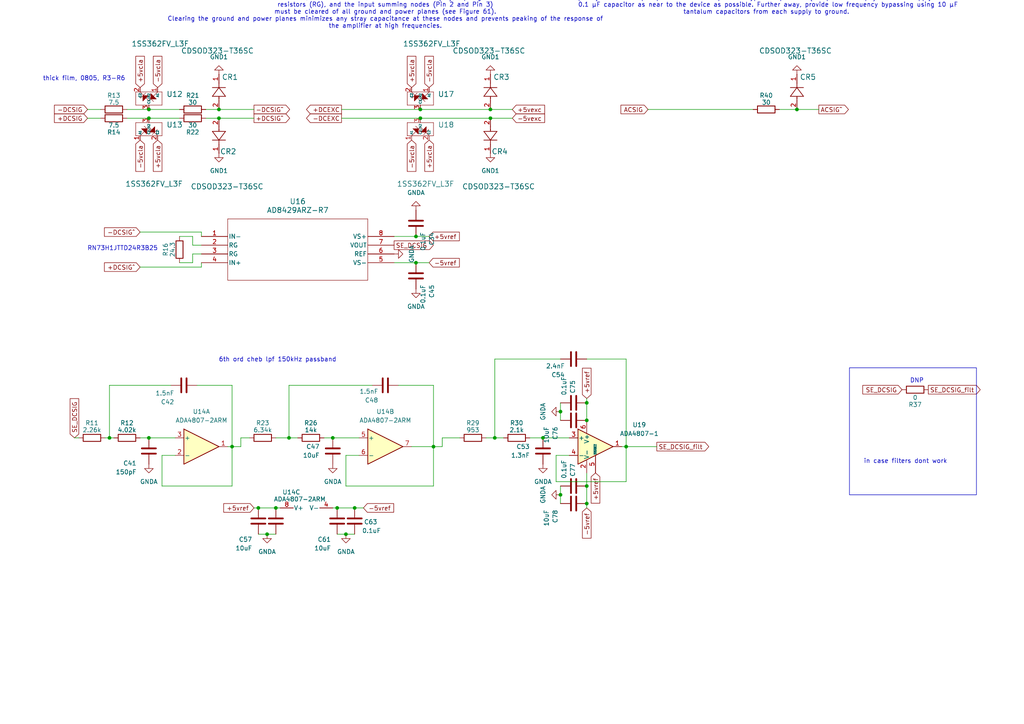
<source format=kicad_sch>
(kicad_sch (version 20231120) (generator "eeschema") (generator_version "8.0")
  (paper "A4")
  (lib_symbols
    (symbol "1SS362FV_L3F_1" (pin_names (offset 0.254))
      (property "Reference" "U" (at 5.08 22.86 0))
      (property "Value" "1SS362FV_L3F" (at 5.08 20.32 0))
      (symbol "1SS362FV_L3F_1_0_1"
        (polyline (pts (xy -3.81 -1.27) (xy 3.81 -1.27)) (stroke (width 0.127)))
        (polyline (pts (xy -3.81 2.54) (xy -3.81 -1.27)) (stroke (width 0.127)))
        (polyline (pts (xy -2.54 -1.27) (xy 0 1.27)) (stroke (width 0.127)))
        (polyline (pts (xy -2.1203 0.75) (xy -0.5963 -0.774)) (stroke (width 0.127)))
        (polyline (pts (xy -1.3583 1.512) (xy 0.1657 -0.012)) (stroke (width 0.127)))
        (polyline (pts (xy -0.5963 0.75) (xy -2.1203 0.75)) (stroke (width 0.127)))
        (polyline (pts (xy -0.5963 0.75) (xy -0.5963 -0.774)) (stroke (width 0.127)))
        (polyline (pts (xy 0 1.27) (xy 2.54 -1.27)) (stroke (width 0.127)))
        (polyline (pts (xy 0.1858 -0.1895) (xy 1.7098 1.3345)) (stroke (width 0.127)))
        (polyline (pts (xy 0.9478 -0.9515) (xy 2.4718 0.5725)) (stroke (width 0.127)))
        (polyline (pts (xy 1.7098 -0.1895) (xy 0.1858 -0.1895)) (stroke (width 0.127)))
        (polyline (pts (xy 1.7098 -0.1895) (xy 1.7098 1.3345)) (stroke (width 0.127)))
        (polyline (pts (xy 3.81 -1.27) (xy 3.81 2.54)) (stroke (width 0.127)))
        (polyline (pts (xy 3.81 2.54) (xy -3.81 2.54)) (stroke (width 0.127)))
        (polyline (pts (xy -2.1203 0.75) (xy -0.5963 0.75) (xy -0.5963 -0.774)) (fill (type outline)))
        (polyline (pts (xy 1.7098 1.3345) (xy 1.7098 -0.1895) (xy 0.1858 -0.1895)) (fill (type outline)))
      )
      (symbol "1SS362FV_L3F_1_1_1"
        (pin unspecified line (at -2.54 -2.54 90) (length 1.27) (name "A1") (number "1"))
        (pin unspecified line (at 2.54 -2.54 90) (length 1.27) (name "C2") (number "2"))
        (pin unspecified line (at 0 3.81 270) (length 1.27) (name "C1/A2") (number "3"))
      )
    )
    (symbol "Amplifier_Operational:ADA4807-1" (pin_names (offset 0.127))
      (property "Reference" "U" (at 1.27 3.81 0))
      (property "Value" "ADA4807-1" (at 1.27 -3.81 0))
      (symbol "ADA4807-1_0_1"
        (polyline (pts (xy -5.08 5.08) (xy 5.08 0) (xy -5.08 -5.08) (xy -5.08 5.08)) (stroke (width 0.254)) (fill (type background)))
      )
      (symbol "ADA4807-1_1_1"
        (pin output line (at 7.62 0 180) (length 2.54) (name "~") (number "1"))
        (pin power_in line (at -2.54 -7.62 90) (length 3.81) (name "V-") (number "2"))
        (pin input line (at -7.62 2.54 0) (length 2.54) (name "+") (number "3"))
        (pin input line (at -7.62 -2.54 0) (length 2.54) (name "-") (number "4"))
        (pin input line (at 0 -7.62 90) (length 5.08) (name "~{DISABLE}") (number "5"))
        (pin power_in line (at -2.54 7.62 270) (length 3.81) (name "V+") (number "6"))
      )
    )
    (symbol "Amplifier_Operational:ADA4807-2ARM" (pin_names (offset 0.127))
      (property "Reference" "U" (at 0 5.08 0))
      (property "Value" "ADA4807-2ARM" (at 0 -5.08 0))
      (symbol "ADA4807-2ARM_1_1"
        (polyline (pts (xy -5.08 5.08) (xy 5.08 0) (xy -5.08 -5.08) (xy -5.08 5.08)) (stroke (width 0.254)) (fill (type background)))
        (pin output line (at 7.62 0 180) (length 2.54) (name "~") (number "1"))
        (pin input line (at -7.62 -2.54 0) (length 2.54) (name "-") (number "2"))
        (pin input line (at -7.62 2.54 0) (length 2.54) (name "+") (number "3"))
      )
      (symbol "ADA4807-2ARM_2_1"
        (polyline (pts (xy -5.08 5.08) (xy 5.08 0) (xy -5.08 -5.08) (xy -5.08 5.08)) (stroke (width 0.254)) (fill (type background)))
        (pin input line (at -7.62 2.54 0) (length 2.54) (name "+") (number "5"))
        (pin input line (at -7.62 -2.54 0) (length 2.54) (name "-") (number "6"))
        (pin output line (at 7.62 0 180) (length 2.54) (name "~") (number "7"))
      )
      (symbol "ADA4807-2ARM_3_1"
        (pin power_in line (at -2.54 -7.62 90) (length 3.81) (name "V-") (number "4"))
        (pin power_in line (at -2.54 7.62 270) (length 3.81) (name "V+") (number "8"))
      )
    )
    (symbol "Device:C" (pin_numbers hide) (pin_names (offset 0.254))
      (property "Reference" "C" (at 0.635 2.54 0))
      (property "Value" "C" (at 0.635 -2.54 0))
      (symbol "C_0_1"
        (polyline (pts (xy -2.032 -0.762) (xy 2.032 -0.762)) (stroke (width 0.508)))
        (polyline (pts (xy -2.032 0.762) (xy 2.032 0.762)) (stroke (width 0.508)))
      )
      (symbol "C_1_1"
        (pin passive line (at 0 3.81 270) (length 2.794) (name "~") (number "1"))
        (pin passive line (at 0 -3.81 90) (length 2.794) (name "~") (number "2"))
      )
    )
    (symbol "Device:R" (pin_numbers hide) (pin_names (offset 0))
      (property "Reference" "R" (at 2.032 0 90))
      (property "Value" "R" (at 0 0 90))
      (symbol "R_0_1"
        (rectangle (start -1.016 -2.54) (end 1.016 2.54) (stroke (width 0.254)))
      )
      (symbol "R_1_1"
        (pin passive line (at 0 3.81 270) (length 1.27) (name "~") (number "1"))
        (pin passive line (at 0 -3.81 90) (length 1.27) (name "~") (number "2"))
      )
    )
    (symbol "dyno_inst_sym:1SS362FV_L3F" (pin_names (offset 0.254))
      (property "Reference" "U" (at 5.08 22.86 0))
      (property "Value" "1SS362FV_L3F" (at 5.08 20.32 0))
      (symbol "1SS362FV_L3F_0_1"
        (polyline (pts (xy -3.81 -1.27) (xy 3.81 -1.27)) (stroke (width 0.127)))
        (polyline (pts (xy -3.81 2.54) (xy -3.81 -1.27)) (stroke (width 0.127)))
        (polyline (pts (xy -2.54 -1.27) (xy 0 1.27)) (stroke (width 0.127)))
        (polyline (pts (xy -2.1203 0.75) (xy -0.5963 -0.774)) (stroke (width 0.127)))
        (polyline (pts (xy -1.3583 1.512) (xy 0.1657 -0.012)) (stroke (width 0.127)))
        (polyline (pts (xy -0.5963 0.75) (xy -2.1203 0.75)) (stroke (width 0.127)))
        (polyline (pts (xy -0.5963 0.75) (xy -0.5963 -0.774)) (stroke (width 0.127)))
        (polyline (pts (xy 0 1.27) (xy 2.54 -1.27)) (stroke (width 0.127)))
        (polyline (pts (xy 0.1858 -0.1895) (xy 1.7098 1.3345)) (stroke (width 0.127)))
        (polyline (pts (xy 0.9478 -0.9515) (xy 2.4718 0.5725)) (stroke (width 0.127)))
        (polyline (pts (xy 1.7098 -0.1895) (xy 0.1858 -0.1895)) (stroke (width 0.127)))
        (polyline (pts (xy 1.7098 -0.1895) (xy 1.7098 1.3345)) (stroke (width 0.127)))
        (polyline (pts (xy 3.81 -1.27) (xy 3.81 2.54)) (stroke (width 0.127)))
        (polyline (pts (xy 3.81 2.54) (xy -3.81 2.54)) (stroke (width 0.127)))
        (polyline (pts (xy -2.1203 0.75) (xy -0.5963 0.75) (xy -0.5963 -0.774)) (fill (type outline)))
        (polyline (pts (xy 1.7098 1.3345) (xy 1.7098 -0.1895) (xy 0.1858 -0.1895)) (fill (type outline)))
      )
      (symbol "1SS362FV_L3F_1_1"
        (pin unspecified line (at -2.54 -2.54 90) (length 1.27) (name "A1") (number "1"))
        (pin unspecified line (at 2.54 -2.54 90) (length 1.27) (name "C2") (number "2"))
        (pin unspecified line (at 0 3.81 270) (length 1.27) (name "C1/A2") (number "3"))
      )
    )
    (symbol "dyno_inst_sym:AD8429ARZ-R7" (pin_names (offset 0.254))
      (property "Reference" "U" (at 27.94 10.16 0))
      (property "Value" "AD8429ARZ-R7" (at 27.94 7.62 0))
      (symbol "AD8429ARZ-R7_0_1"
        (polyline (pts (xy 7.62 -12.7) (xy 48.26 -12.7)) (stroke (width 0.127)))
        (polyline (pts (xy 7.62 5.08) (xy 7.62 -12.7)) (stroke (width 0.127)))
        (polyline (pts (xy 48.26 -12.7) (xy 48.26 5.08)) (stroke (width 0.127)))
        (polyline (pts (xy 48.26 5.08) (xy 7.62 5.08)) (stroke (width 0.127)))
        (pin input line (at 0 0 0) (length 7.62) (name "IN-") (number "1"))
        (pin unspecified line (at 0 -2.54 0) (length 7.62) (name "RG") (number "2"))
        (pin unspecified line (at 0 -5.08 0) (length 7.62) (name "RG") (number "3"))
        (pin input line (at 0 -7.62 0) (length 7.62) (name "IN+") (number "4"))
        (pin power_in line (at 55.88 -7.62 180) (length 7.62) (name "VS-") (number "5"))
        (pin output line (at 55.88 -5.08 180) (length 7.62) (name "REF") (number "6"))
        (pin output line (at 55.88 -2.54 180) (length 7.62) (name "VOUT") (number "7"))
        (pin power_in line (at 55.88 0 180) (length 7.62) (name "VS+") (number "8"))
      )
    )
    (symbol "dyno_inst_sym:CDSOD323-T36SC" (pin_names (offset 0.254))
      (property "Reference" "CR" (at 5.08 4.445 0))
      (property "Value" "CDSOD323-T36SC" (at 5.08 -3.81 0))
      (symbol "CDSOD323-T36SC_1_1"
        (polyline (pts (xy 2.54 0) (xy 3.4798 0)) (stroke (width 0.2032)))
        (polyline (pts (xy 3.175 0) (xy 3.81 0)) (stroke (width 0.2032)))
        (polyline (pts (xy 3.81 -1.905) (xy 6.35 0)) (stroke (width 0.2032)))
        (polyline (pts (xy 3.81 1.905) (xy 3.81 -1.905)) (stroke (width 0.2032)))
        (polyline (pts (xy 6.35 -1.905) (xy 6.35 1.905)) (stroke (width 0.2032)))
        (polyline (pts (xy 6.35 0) (xy 3.81 1.905)) (stroke (width 0.2032)))
        (polyline (pts (xy 6.35 0) (xy 7.62 0)) (stroke (width 0.2032)))
        (pin unspecified line (at 10.16 0 180) (length 2.54) (name "") (number "1"))
        (pin unspecified line (at 0 0 0) (length 2.54) (name "") (number "2"))
      )
      (symbol "CDSOD323-T36SC_1_2"
        (polyline (pts (xy -1.905 3.81) (xy 1.905 3.81)) (stroke (width 0.2032)))
        (polyline (pts (xy 0 2.54) (xy 0 3.4798)) (stroke (width 0.2032)))
        (polyline (pts (xy 0 3.175) (xy 0 3.81)) (stroke (width 0.2032)))
        (polyline (pts (xy 0 6.35) (xy -1.905 3.81)) (stroke (width 0.2032)))
        (polyline (pts (xy 0 6.35) (xy 0 7.62)) (stroke (width 0.2032)))
        (polyline (pts (xy 1.905 3.81) (xy 0 6.35)) (stroke (width 0.2032)))
        (polyline (pts (xy 1.905 6.35) (xy -1.905 6.35)) (stroke (width 0.2032)))
        (pin unspecified line (at 0 10.16 270) (length 2.54) (name "") (number "1"))
        (pin unspecified line (at 0 0 90) (length 2.54) (name "") (number "2"))
      )
    )
    (symbol "power:GND1" (power) (pin_numbers hide) (pin_names (offset 0) hide)
      (property "Value" "GND1" (at 0 -3.81 0))
      (symbol "GND1_0_1"
        (polyline (pts (xy 0 0) (xy 0 -1.27) (xy 1.27 -1.27) (xy 0 -2.54) (xy -1.27 -1.27) (xy 0 -1.27)))
      )
      (symbol "GND1_1_1"
        (pin power_in line (at 0 0 270) (length 0) (name "~") (number "1"))
      )
    )
    (symbol "power:GNDA" (power) (pin_names (offset 0))
      (property "Value" "GNDA" (at 0 -3.81 0))
      (symbol "GNDA_0_1"
        (polyline (pts (xy 0 0) (xy 0 -1.27) (xy 1.27 -1.27) (xy 0 -2.54) (xy -1.27 -1.27) (xy 0 -1.27)))
      )
      (symbol "GNDA_1_1"
        (pin power_in line (at 0 0 270) (length 0) hide (name "GNDA") (number "1"))
      )
    )
  )
  (junction (at 77.47 154.94))
  (junction (at 74.93 147.32))
  (junction (at 100.33 154.94))
  (junction (at 80.01 147.32))
  (junction (at 170.18 116.84))
  (junction (at 97.79 147.32))
  (junction (at 142.24 34.29))
  (junction (at 121.92 34.29))
  (junction (at 83.82 127))
  (junction (at 31.75 127))
  (junction (at 63.5 31.75))
  (junction (at 231.14 31.75))
  (junction (at 181.61 129.54))
  (junction (at 125.73 129.54))
  (junction (at 157.48 127))
  (junction (at 96.52 127))
  (junction (at 170.18 140.97))
  (junction (at 43.18 34.29))
  (junction (at 142.24 31.75))
  (junction (at 121.92 31.75))
  (junction (at 43.18 31.75))
  (junction (at 120.65 76.2))
  (junction (at 170.18 121.92))
  (junction (at 143.51 127))
  (junction (at 170.18 146.05))
  (junction (at 67.31 129.54))
  (junction (at 102.87 147.32))
  (junction (at 162.56 119.38))
  (junction (at 120.65 68.58))
  (junction (at 162.56 143.51))
  (junction (at 43.18 127))
  (junction (at 63.5 34.29))
  (wire (pts (xy 99.06 31.75) (xy 121.92 31.75)))
  (wire (pts (xy 120.65 68.58) (xy 124.46 68.58)))
  (wire (pts (xy 114.3 68.58) (xy 120.65 68.58)))
  (wire (pts (xy 77.47 154.94) (xy 74.93 154.94)))
  (wire (pts (xy 104.14 132.08) (xy 100.33 132.08)))
  (wire (pts (xy 121.92 31.75) (xy 142.24 31.75)))
  (wire (pts (xy 181.61 129.54) (xy 190.5 129.54)))
  (wire (pts (xy 100.33 140.97) (xy 125.73 140.97)))
  (wire (pts (xy 181.61 129.54) (xy 181.61 104.14)))
  (wire (pts (xy 83.82 127) (xy 86.36 127)))
  (wire (pts (xy 59.69 34.29) (xy 63.5 34.29)))
  (wire (pts (xy 125.73 111.76) (xy 125.73 129.54)))
  (wire (pts (xy 180.34 129.54) (xy 181.61 129.54)))
  (wire (pts (xy 97.79 147.32) (xy 102.87 147.32)))
  (wire (pts (xy 161.29 132.08) (xy 161.29 139.7)))
  (wire (pts (xy 100.33 154.94) (xy 97.79 154.94)))
  (wire (pts (xy 40.64 77.47) (xy 58.42 77.47)))
  (wire (pts (xy 25.4 34.29) (xy 29.21 34.29)))
  (wire (pts (xy 50.8 132.08) (xy 46.99 132.08)))
  (wire (pts (xy 67.31 129.54) (xy 69.85 129.54)))
  (wire (pts (xy 55.88 68.58) (xy 52.07 68.58)))
  (wire (pts (xy 22.86 127) (xy 21.59 127)))
  (wire (pts (xy 99.06 34.29) (xy 121.92 34.29)))
  (wire (pts (xy 63.5 31.75) (xy 73.66 31.75)))
  (wire (pts (xy 36.83 31.75) (xy 43.18 31.75)))
  (wire (pts (xy 80.01 147.32) (xy 81.28 147.32)))
  (wire (pts (xy 43.18 127) (xy 50.8 127)))
  (wire (pts (xy 96.52 127) (xy 104.14 127)))
  (wire (pts (xy 46.99 140.97) (xy 67.31 140.97)))
  (wire (pts (xy 31.75 127) (xy 33.02 127)))
  (wire (pts (xy 36.83 34.29) (xy 43.18 34.29)))
  (wire (pts (xy 181.61 139.7) (xy 181.61 129.54)))
  (wire (pts (xy 128.27 127) (xy 133.35 127)))
  (wire (pts (xy 162.56 119.38) (xy 162.56 121.92)))
  (wire (pts (xy 93.98 127) (xy 96.52 127)))
  (wire (pts (xy 67.31 140.97) (xy 67.31 129.54)))
  (wire (pts (xy 100.33 132.08) (xy 100.33 140.97)))
  (wire (pts (xy 83.82 111.76) (xy 83.82 127)))
  (wire (pts (xy 170.18 116.84) (xy 170.18 121.92)))
  (wire (pts (xy 125.73 140.97) (xy 125.73 129.54)))
  (wire (pts (xy 25.4 31.75) (xy 29.21 31.75)))
  (wire (pts (xy 161.29 139.7) (xy 181.61 139.7)))
  (wire (pts (xy 58.42 67.31) (xy 58.42 68.58)))
  (wire (pts (xy 67.31 129.54) (xy 67.31 111.76)))
  (wire (pts (xy 170.18 140.97) (xy 170.18 137.16)))
  (wire (pts (xy 170.18 146.05) (xy 170.18 140.97)))
  (wire (pts (xy 67.31 111.76) (xy 57.15 111.76)))
  (wire (pts (xy 52.07 76.2) (xy 55.88 76.2)))
  (wire (pts (xy 121.92 34.29) (xy 142.24 34.29)))
  (wire (pts (xy 120.65 76.2) (xy 124.46 76.2)))
  (wire (pts (xy 30.48 127) (xy 31.75 127)))
  (wire (pts (xy 125.73 129.54) (xy 128.27 129.54)))
  (wire (pts (xy 55.88 73.66) (xy 58.42 73.66)))
  (wire (pts (xy 153.67 127) (xy 157.48 127)))
  (wire (pts (xy 162.56 143.51) (xy 162.56 146.05)))
  (wire (pts (xy 80.01 127) (xy 83.82 127)))
  (wire (pts (xy 170.18 115.57) (xy 170.18 116.84)))
  (wire (pts (xy 63.5 34.29) (xy 73.66 34.29)))
  (wire (pts (xy 170.18 147.32) (xy 170.18 146.05)))
  (wire (pts (xy 83.82 111.76) (xy 107.95 111.76)))
  (wire (pts (xy 140.97 127) (xy 143.51 127)))
  (wire (pts (xy 114.3 76.2) (xy 120.65 76.2)))
  (wire (pts (xy 31.75 111.76) (xy 31.75 127)))
  (wire (pts (xy 143.51 127) (xy 146.05 127)))
  (wire (pts (xy 74.93 147.32) (xy 80.01 147.32)))
  (wire (pts (xy 55.88 76.2) (xy 55.88 73.66)))
  (wire (pts (xy 143.51 104.14) (xy 143.51 127)))
  (wire (pts (xy 43.18 34.29) (xy 52.07 34.29)))
  (wire (pts (xy 58.42 77.47) (xy 58.42 76.2)))
  (wire (pts (xy 59.69 31.75) (xy 63.5 31.75)))
  (wire (pts (xy 40.64 127) (xy 43.18 127)))
  (wire (pts (xy 55.88 71.12) (xy 55.88 68.58)))
  (wire (pts (xy 100.33 154.94) (xy 102.87 154.94)))
  (wire (pts (xy 77.47 154.94) (xy 80.01 154.94)))
  (wire (pts (xy 226.06 31.75) (xy 231.14 31.75)))
  (wire (pts (xy 231.14 31.75) (xy 237.49 31.75)))
  (wire (pts (xy 142.24 31.75) (xy 148.59 31.75)))
  (wire (pts (xy 119.38 129.54) (xy 125.73 129.54)))
  (wire (pts (xy 102.87 147.32) (xy 105.41 147.32)))
  (wire (pts (xy 187.96 31.75) (xy 218.44 31.75)))
  (wire (pts (xy 43.18 31.75) (xy 52.07 31.75)))
  (wire (pts (xy 165.1 132.08) (xy 161.29 132.08)))
  (wire (pts (xy 157.48 127) (xy 165.1 127)))
  (wire (pts (xy 66.04 129.54) (xy 67.31 129.54)))
  (wire (pts (xy 125.73 111.76) (xy 115.57 111.76)))
  (wire (pts (xy 46.99 132.08) (xy 46.99 140.97)))
  (wire (pts (xy 40.64 67.31) (xy 58.42 67.31)))
  (wire (pts (xy 181.61 104.14) (xy 170.18 104.14)))
  (wire (pts (xy 69.85 129.54) (xy 69.85 127)))
  (wire (pts (xy 31.75 111.76) (xy 49.53 111.76)))
  (wire (pts (xy 143.51 104.14) (xy 162.56 104.14)))
  (wire (pts (xy 97.79 147.32) (xy 96.52 147.32)))
  (wire (pts (xy 69.85 127) (xy 72.39 127)))
  (wire (pts (xy 162.56 119.38) (xy 162.56 116.84)))
  (wire (pts (xy 142.24 34.29) (xy 148.59 34.29)))
  (wire (pts (xy 128.27 129.54) (xy 128.27 127)))
  (wire (pts (xy 73.66 147.32) (xy 74.93 147.32)))
  (wire (pts (xy 162.56 143.51) (xy 162.56 140.97)))
  (wire (pts (xy 58.42 71.12) (xy 55.88 71.12)))
  (rectangle (start 246.38 106.68) (end 283.21 143.51))
  (text "in case filters dont work" (at 262.636 133.858 0) (effects (font (size 1.27 1.27))))
  (text "RN73H1JTTD24R3B25" (at 35.56 72.136 0) (effects (font (size 1.27 1.27))))
  (text "DNP" (at 265.938 110.49 0) (effects (font (size 1.27 1.27))))
  (text "6th ord cheb lpf 150kHz passband" (at 80.518 104.394 0) (effects (font (size 1.27 1.27))))
  (text "However, the area near the feedback resistors (RF), input gain\nresistors (RG), and the input summing nodes (Pin 2 and Pin 3)\nmust be cleared of all ground and power planes (see Figure 61).\nClearing the ground and power planes minimizes any stray capacitance at these nodes and prevents peaking of the response of\nthe amplifier at high frequencies." (at 111.76 3.556 0) (effects (font (size 1.27 1.27))))
  (text "Bypass the power supply pins as near to the device as possible and directly to a nearby ground plane. Use high\nfrequency ceramic chip capacitors. Use two parallel bypass capacitors (0.1 µF and 10 µF) for each supply. Place the\n0.1 µF capacitor as near to the device as possible. Further away, provide low frequency bypassing using 10 µF\ntantalum capacitors from each supply to ground. " (at 222.758 0.508 0) (effects (font (size 1.27 1.27))))
  (text "thick film, 0805, R3-R6" (at 24.384 22.86 0) (effects (font (size 1.27 1.27))))
  (global_label "-5vexc" (shape input) (at 148.59 34.29 0) (property "Intersheetrefs" "${INTERSHEET_REFS}" (effects (hide yes))))
  (global_label "-5vcla" (shape input) (at 124.46 25.4 90) (property "Intersheetrefs" "${INTERSHEET_REFS}" (effects (hide yes))))
  (global_label "+5vcla" (shape input) (at 124.46 40.64 270) (property "Intersheetrefs" "${INTERSHEET_REFS}" (effects (hide yes))))
  (global_label "SE_DCSIG" (shape input) (at 21.59 127 90) (property "Intersheetrefs" "${INTERSHEET_REFS}" (effects (hide yes))))
  (global_label "SE_DCSIG" (shape output) (at 114.3 71.12 0) (property "Intersheetrefs" "${INTERSHEET_REFS}" (effects (hide yes))))
  (global_label "+DCSIG^" (shape output) (at 73.66 34.29 0) (property "Intersheetrefs" "${INTERSHEET_REFS}" (effects (hide yes))))
  (global_label "-5vref" (shape input) (at 124.46 76.2 0) (property "Intersheetrefs" "${INTERSHEET_REFS}" (effects (hide yes))))
  (global_label "+5vexc" (shape input) (at 148.59 31.75 0) (property "Intersheetrefs" "${INTERSHEET_REFS}" (effects (hide yes))))
  (global_label "ACSIG^" (shape output) (at 237.49 31.75 0) (property "Intersheetrefs" "${INTERSHEET_REFS}" (effects (hide yes))))
  (global_label "-5vref" (shape input) (at 170.18 147.32 270) (property "Intersheetrefs" "${INTERSHEET_REFS}" (effects (hide yes))))
  (global_label "-5vcla" (shape input) (at 45.72 25.4 90) (property "Intersheetrefs" "${INTERSHEET_REFS}" (effects (hide yes))))
  (global_label "+5vref" (shape input) (at 124.46 68.58 0) (property "Intersheetrefs" "${INTERSHEET_REFS}" (effects (hide yes))))
  (global_label "+DCEXC" (shape output) (at 99.06 31.75 180) (property "Intersheetrefs" "${INTERSHEET_REFS}" (effects (hide yes))))
  (global_label "SE_DCSIG" (shape input) (at 261.62 113.03 180) (property "Intersheetrefs" "${INTERSHEET_REFS}" (effects (hide yes))))
  (global_label "-DCSIG^" (shape output) (at 73.66 31.75 0) (property "Intersheetrefs" "${INTERSHEET_REFS}" (effects (hide yes))))
  (global_label "-DCSIG" (shape input) (at 25.4 31.75 180) (property "Intersheetrefs" "${INTERSHEET_REFS}" (effects (hide yes))))
  (global_label "+DCSIG^" (shape input) (at 40.64 77.47 180) (property "Intersheetrefs" "${INTERSHEET_REFS}" (effects (hide yes))))
  (global_label "+5vcla" (shape input) (at 40.64 25.4 90) (property "Intersheetrefs" "${INTERSHEET_REFS}" (effects (hide yes))))
  (global_label "-DCSIG^" (shape input) (at 40.64 67.31 180) (property "Intersheetrefs" "${INTERSHEET_REFS}" (effects (hide yes))))
  (global_label "+5vcla" (shape input) (at 45.72 40.64 270) (property "Intersheetrefs" "${INTERSHEET_REFS}" (effects (hide yes))))
  (global_label "+5vref" (shape input) (at 73.66 147.32 180) (property "Intersheetrefs" "${INTERSHEET_REFS}" (effects (hide yes))))
  (global_label "-5vcla" (shape input) (at 119.38 40.64 270) (property "Intersheetrefs" "${INTERSHEET_REFS}" (effects (hide yes))))
  (global_label "SE_DCSIG_filt" (shape output) (at 190.5 129.54 0) (property "Intersheetrefs" "${INTERSHEET_REFS}" (effects (hide yes))))
  (global_label "+5vcla" (shape input) (at 119.38 25.4 90) (property "Intersheetrefs" "${INTERSHEET_REFS}" (effects (hide yes))))
  (global_label "ACSIG" (shape input) (at 187.96 31.75 180) (property "Intersheetrefs" "${INTERSHEET_REFS}" (effects (hide yes))))
  (global_label "-DCEXC" (shape output) (at 99.06 34.29 180) (property "Intersheetrefs" "${INTERSHEET_REFS}" (effects (hide yes))))
  (global_label "-5vref" (shape input) (at 105.41 147.32 0) (property "Intersheetrefs" "${INTERSHEET_REFS}" (effects (hide yes))))
  (global_label "+5vref" (shape input) (at 170.18 115.57 90) (property "Intersheetrefs" "${INTERSHEET_REFS}" (effects (hide yes))))
  (global_label "+5vref" (shape input) (at 172.72 137.16 270) (property "Intersheetrefs" "${INTERSHEET_REFS}" (effects (hide yes))))
  (global_label "+DCSIG" (shape input) (at 25.4 34.29 180) (property "Intersheetrefs" "${INTERSHEET_REFS}" (effects (hide yes))))
  (global_label "-5vcla" (shape input) (at 40.64 40.64 270) (property "Intersheetrefs" "${INTERSHEET_REFS}" (effects (hide yes))))
  (global_label "SE_DCSIG_filt" (shape output) (at 269.24 113.03 0) (property "Intersheetrefs" "${INTERSHEET_REFS}" (effects (hide yes))))
  (symbol (lib_id "Amplifier_Operational:ADA4807-2ARM") (at 58.42 129.54 0) (unit 1)
    (property "Reference" "U14" (at 58.42 119.38 0))
    (property "Value" "ADA4807-2ARM" (at 58.42 121.92 0))
    (property "Footprint" "Package_SO:MSOP-8_3x3mm_P0.65mm" (effects (hide yes)))
    (property "Datasheet" "https://www.analog.com/media/en/technical-documentation/data-sheets/ADA4807-1_4807-2_4807-4.pdf" (effects (hide yes)))
    (property "Description" "Dual Rail-to-Rail Input/Output Amplifiers, MSOP-8" (effects (hide yes)))
  )
  (symbol (lib_id "Device:R") (at 265.43 113.03 270) (unit 1)
    (property "Reference" "R37" (at 265.43 117.348 90))
    (property "Value" "0" (at 265.43 115.316 90))
    (property "Footprint" "Resistor_SMD:R_0402_1005Metric" (effects (hide yes)))
    (property "Description" "Resistor" (effects (hide yes)))
  )
  (symbol (lib_id "Device:R") (at 90.17 127 90) (unit 1)
    (property "Reference" "R26" (at 90.17 122.682 90))
    (property "Value" "14k" (at 90.17 124.714 90))
    (property "Footprint" "Resistor_SMD:R_0402_1005Metric" (effects (hide yes)))
    (property "Description" "Resistor" (effects (hide yes)))
  )
  (symbol (lib_id "Device:C") (at 96.52 130.81 0) (mirror y) (unit 1)
    (property "Reference" "C47" (at 92.71 129.5399 0) (effects (justify left)))
    (property "Value" "10uF" (at 92.71 132.0799 0) (effects (justify left)))
    (property "Footprint" "Capacitor_SMD:C_0402_1005Metric" (effects (hide yes)))
    (property "Description" "Unpolarized capacitor" (effects (hide yes)))
  )
  (symbol (lib_id "power:GND1") (at 142.24 44.45 0) (unit 1)
    (property "Reference" "#PWR077" (effects (hide yes)))
    (property "Value" "GND1" (at 142.24 49.53 0))
    (property "Description" "Power symbol creates a global label with name \"GND1\" , ground" (effects (hide yes)))
  )
  (symbol (lib_id "Device:R") (at 33.02 31.75 90) (mirror x) (unit 1)
    (property "Reference" "R13" (at 33.02 27.686 90))
    (property "Value" "7.5" (at 33.02 29.718 90))
    (property "Footprint" "Resistor_SMD:R_0805_2012Metric" (effects (hide yes)))
    (property "Description" "Resistor" (effects (hide yes)))
  )
  (symbol (lib_id "Device:R") (at 55.88 34.29 90) (unit 1)
    (property "Reference" "R22" (at 55.88 38.354 90))
    (property "Value" "30" (at 55.88 36.322 90))
    (property "Footprint" "Resistor_SMD:R_0805_2012Metric" (effects (hide yes)))
    (property "Description" "Resistor" (effects (hide yes)))
  )
  (symbol (lib_id "Device:C") (at 166.37 146.05 270) (unit 1)
    (property "Reference" "C78" (at 161.036 147.828 0) (effects (justify left)))
    (property "Value" "10uF" (at 158.496 147.828 0) (effects (justify left)))
    (property "Footprint" "Capacitor_SMD:C_0402_1005Metric" (effects (hide yes)))
    (property "Description" "Unpolarized capacitor" (effects (hide yes)))
  )
  (symbol (lib_id "Device:R") (at 222.25 31.75 90) (mirror x) (unit 1)
    (property "Reference" "R40" (at 222.25 27.686 90))
    (property "Value" "30" (at 222.25 29.718 90))
    (property "Footprint" "Resistor_SMD:R_0805_2012Metric" (effects (hide yes)))
    (property "Description" "Resistor" (effects (hide yes)))
  )
  (symbol (lib_id "power:GNDA") (at 120.65 83.82 0) (mirror y) (unit 1)
    (property "Reference" "#PWR070" (effects (hide yes)))
    (property "Value" "GNDA" (at 120.65 88.9 0))
  )
  (symbol (lib_id "Device:C") (at 80.01 151.13 0) (mirror y) (unit 1)
    (property "Reference" "C58" (effects (hide yes)))
    (property "Value" "0.1uF" (effects (hide yes)))
    (property "Footprint" "Capacitor_SMD:C_0402_1005Metric" (effects (hide yes)))
    (property "Description" "Unpolarized capacitor" (effects (hide yes)))
  )
  (symbol (lib_id "Device:R") (at 149.86 127 90) (unit 1)
    (property "Reference" "R30" (at 149.86 122.682 90))
    (property "Value" "2.1k" (at 149.86 124.714 90))
    (property "Footprint" "Resistor_SMD:R_0402_1005Metric" (effects (hide yes)))
    (property "Description" "Resistor" (effects (hide yes)))
  )
  (symbol (lib_id "dyno_inst_sym:AD8429ARZ-R7") (at 58.42 68.58 0) (unit 1)
    (property "Reference" "U16" (at 86.36 58.42 0) (effects (font (size 1.524 1.524))))
    (property "Value" "AD8429ARZ-R7" (at 86.36 60.96 0) (effects (font (size 1.524 1.524))))
    (property "Footprint" "dynoinst_fp:R_8_ADI" (effects (hide yes)))
    (property "Datasheet" "AD8429ARZ-R7" (effects (hide yes)))
  )
  (symbol (lib_name "1SS362FV_L3F_1") (lib_id "dyno_inst_sym:1SS362FV_L3F") (at 43.18 38.1 0) (unit 1)
    (property "Reference" "U13" (at 48.26 36.1949 0) (effects (font (size 1.524 1.524)) (justify left)))
    (property "Value" "1SS362FV_L3F" (at 36.322 53.34 0) (effects (font (size 1.524 1.524)) (justify left)))
    (property "Footprint" "Package_TO_SOT_SMD:SOT-723" (effects (hide yes)))
    (property "Datasheet" "1SS362FV_L3F" (effects (hide yes)))
  )
  (symbol (lib_id "dyno_inst_sym:CDSOD323-T36SC") (at 63.5 31.75 90) (unit 1)
    (property "Reference" "CR1" (at 69.088 22.352 90) (effects (font (size 1.524 1.524)) (justify left)))
    (property "Value" "CDSOD323-T36SC" (at 73.66 14.732 90) (effects (font (size 1.524 1.524)) (justify left)))
    (property "Footprint" "dynoinst_fp:DIODE_CDSOD323-T36SC_BRN" (effects (hide yes)))
    (property "Datasheet" "CDSOD323-T36SC" (effects (hide yes)))
  )
  (symbol (lib_id "Device:C") (at 74.93 151.13 0) (mirror y) (unit 1)
    (property "Reference" "C57" (at 73.152 156.464 0) (effects (justify left)))
    (property "Value" "10uF" (at 73.152 159.004 0) (effects (justify left)))
    (property "Footprint" "Capacitor_SMD:C_0402_1005Metric" (effects (hide yes)))
    (property "Description" "Unpolarized capacitor" (effects (hide yes)))
  )
  (symbol (lib_id "Device:C") (at 166.37 104.14 90) (mirror x) (unit 1)
    (property "Reference" "C54" (at 163.83 108.712 90) (effects (justify left)))
    (property "Value" "2.4nF" (at 163.83 106.172 90) (effects (justify left)))
    (property "Footprint" "Capacitor_SMD:C_0402_1005Metric" (effects (hide yes)))
    (property "Description" "Unpolarized capacitor" (effects (hide yes)))
  )
  (symbol (lib_id "Amplifier_Operational:ADA4807-1") (at 172.72 129.54 0) (unit 1)
    (property "Reference" "U19" (at 185.42 123.2214 0))
    (property "Value" "ADA4807-1" (at 185.42 125.7614 0))
    (property "Footprint" "dynoinst_fp:KS-6_ADI" (effects (hide yes)))
    (property "Datasheet" "https://www.analog.com/media/en/technical-documentation/data-sheets/ADA4807-1_4807-2_4807-4.pdf" (effects (hide yes)))
    (property "Description" "Single Rail-to-Rail Input/Output Amplifiers, with disable, SC-70-6/SOT-23-6" (effects (hide yes)))
  )
  (symbol (lib_id "Device:C") (at 166.37 140.97 270) (unit 1)
    (property "Reference" "C77" (at 166.116 134.366 0) (effects (justify left)))
    (property "Value" "0.1uF" (at 163.576 133.35 0) (effects (justify left)))
    (property "Footprint" "Capacitor_SMD:C_0402_1005Metric" (effects (hide yes)))
    (property "Description" "Unpolarized capacitor" (effects (hide yes)))
  )
  (symbol (lib_id "Device:C") (at 166.37 116.84 270) (unit 1)
    (property "Reference" "C75" (at 166.116 110.236 0) (effects (justify left)))
    (property "Value" "0.1uF" (at 163.576 109.22 0) (effects (justify left)))
    (property "Footprint" "Capacitor_SMD:C_0402_1005Metric" (effects (hide yes)))
    (property "Description" "Unpolarized capacitor" (effects (hide yes)))
  )
  (symbol (lib_id "dyno_inst_sym:1SS362FV_L3F") (at 43.18 27.94 180) (unit 1)
    (property "Reference" "U12" (at 48.26 27.3049 0) (effects (font (size 1.524 1.524)) (justify right)))
    (property "Value" "1SS362FV_L3F" (at 38.1 12.7 0) (effects (font (size 1.524 1.524)) (justify right)))
    (property "Footprint" "Package_TO_SOT_SMD:SOT-723" (effects (hide yes)))
    (property "Datasheet" "1SS362FV_L3F" (effects (hide yes)))
  )
  (symbol (lib_id "power:GNDA") (at 100.33 154.94 0) (unit 1)
    (property "Reference" "#PWR082" (effects (hide yes)))
    (property "Value" "GNDA" (at 100.33 160.02 0))
  )
  (symbol (lib_id "power:GNDA") (at 96.52 134.62 0) (unit 1)
    (property "Reference" "#PWR071" (effects (hide yes)))
    (property "Value" "GNDA" (at 96.52 139.7 0))
  )
  (symbol (lib_id "power:GNDA") (at 120.65 60.96 0) (mirror x) (unit 1)
    (property "Reference" "#PWR066" (effects (hide yes)))
    (property "Value" "GNDA" (at 120.65 55.88 0))
  )
  (symbol (lib_id "power:GNDA") (at 157.48 134.62 0) (unit 1)
    (property "Reference" "#PWR078" (effects (hide yes)))
    (property "Value" "GNDA" (at 157.48 139.7 0))
  )
  (symbol (lib_id "Device:R") (at 55.88 31.75 90) (mirror x) (unit 1)
    (property "Reference" "R21" (at 55.88 27.686 90))
    (property "Value" "30" (at 55.88 29.718 90))
    (property "Footprint" "Resistor_SMD:R_0805_2012Metric" (effects (hide yes)))
    (property "Description" "Resistor" (effects (hide yes)))
  )
  (symbol (lib_id "power:GNDA") (at 162.56 119.38 270) (mirror x) (unit 1)
    (property "Reference" "#PWR095" (effects (hide yes)))
    (property "Value" "GNDA" (at 157.48 119.38 0))
  )
  (symbol (lib_id "power:GND1") (at 142.24 21.59 180) (unit 1)
    (property "Reference" "#PWR076" (effects (hide yes)))
    (property "Value" "GND1" (at 142.24 16.51 0))
    (property "Description" "Power symbol creates a global label with name \"GND1\" , ground" (effects (hide yes)))
  )
  (symbol (lib_id "Amplifier_Operational:ADA4807-2ARM") (at 111.76 129.54 0) (unit 2)
    (property "Reference" "U14" (at 111.76 119.38 0))
    (property "Value" "ADA4807-2ARM" (at 111.76 121.92 0))
    (property "Footprint" "Package_SO:MSOP-8_3x3mm_P0.65mm" (effects (hide yes)))
    (property "Datasheet" "https://www.analog.com/media/en/technical-documentation/data-sheets/ADA4807-1_4807-2_4807-4.pdf" (effects (hide yes)))
    (property "Description" "Dual Rail-to-Rail Input/Output Amplifiers, MSOP-8" (effects (hide yes)))
  )
  (symbol (lib_id "Device:R") (at 52.07 72.39 0) (mirror x) (unit 1)
    (property "Reference" "R16" (at 48.006 72.39 90))
    (property "Value" "24.3" (at 50.038 72.39 90))
    (property "Footprint" "Resistor_SMD:R_0805_2012Metric" (effects (hide yes)))
    (property "Description" "Resistor" (effects (hide yes)))
  )
  (symbol (lib_name "1SS362FV_L3F_1") (lib_id "dyno_inst_sym:1SS362FV_L3F") (at 121.92 38.1 0) (unit 1)
    (property "Reference" "U18" (at 127 36.1949 0) (effects (font (size 1.524 1.524)) (justify left)))
    (property "Value" "1SS362FV_L3F" (at 115.062 53.34 0) (effects (font (size 1.524 1.524)) (justify left)))
    (property "Footprint" "Package_TO_SOT_SMD:SOT-723" (effects (hide yes)))
    (property "Datasheet" "1SS362FV_L3F" (effects (hide yes)))
  )
  (symbol (lib_id "Device:C") (at 43.18 130.81 0) (mirror y) (unit 1)
    (property "Reference" "C41" (at 39.624 134.366 0) (effects (justify left)))
    (property "Value" "150pF" (at 39.624 136.906 0) (effects (justify left)))
    (property "Footprint" "Capacitor_SMD:C_0402_1005Metric" (effects (hide yes)))
    (property "Description" "Unpolarized capacitor" (effects (hide yes)))
  )
  (symbol (lib_id "Device:C") (at 120.65 64.77 0) (mirror x) (unit 1)
    (property "Reference" "C34" (at 125.222 67.31 90) (effects (justify left)))
    (property "Value" "0.1uF" (at 122.682 67.31 90) (effects (justify left)))
    (property "Footprint" "Capacitor_SMD:C_0402_1005Metric" (effects (hide yes)))
    (property "Description" "Unpolarized capacitor" (effects (hide yes)))
  )
  (symbol (lib_id "Device:C") (at 53.34 111.76 90) (mirror x) (unit 1)
    (property "Reference" "C42" (at 50.546 116.586 90) (effects (justify left)))
    (property "Value" "1.5nF" (at 50.546 114.046 90) (effects (justify left)))
    (property "Footprint" "Capacitor_SMD:C_0402_1005Metric" (effects (hide yes)))
    (property "Description" "Unpolarized capacitor" (effects (hide yes)))
  )
  (symbol (lib_id "Device:C") (at 111.76 111.76 90) (unit 1)
    (property "Reference" "C48" (at 109.728 116.078 90) (effects (justify left)))
    (property "Value" "1.5nF" (at 109.728 113.538 90) (effects (justify left)))
    (property "Footprint" "Capacitor_SMD:C_0402_1005Metric" (effects (hide yes)))
    (property "Description" "Unpolarized capacitor" (effects (hide yes)))
  )
  (symbol (lib_id "power:GNDA") (at 43.18 134.62 0) (unit 1)
    (property "Reference" "#PWR064" (effects (hide yes)))
    (property "Value" "GNDA" (at 43.18 139.7 0))
  )
  (symbol (lib_id "power:GND1") (at 63.5 44.45 0) (unit 1)
    (property "Reference" "#PWR069" (effects (hide yes)))
    (property "Value" "GND1" (at 63.5 49.53 0))
    (property "Description" "Power symbol creates a global label with name \"GND1\" , ground" (effects (hide yes)))
  )
  (symbol (lib_id "Device:R") (at 76.2 127 90) (unit 1)
    (property "Reference" "R23" (at 76.2 122.682 90))
    (property "Value" "6.34k" (at 76.2 124.714 90))
    (property "Footprint" "Resistor_SMD:R_0402_1005Metric" (effects (hide yes)))
    (property "Description" "Resistor" (effects (hide yes)))
  )
  (symbol (lib_id "dyno_inst_sym:CDSOD323-T36SC") (at 142.24 31.75 90) (unit 1)
    (property "Reference" "CR3" (at 147.828 22.352 90) (effects (font (size 1.524 1.524)) (justify left)))
    (property "Value" "CDSOD323-T36SC" (at 152.4 14.732 90) (effects (font (size 1.524 1.524)) (justify left)))
    (property "Footprint" "dynoinst_fp:DIODE_CDSOD323-T36SC_BRN" (effects (hide yes)))
    (property "Datasheet" "CDSOD323-T36SC" (effects (hide yes)))
  )
  (symbol (lib_id "Device:C") (at 166.37 121.92 270) (unit 1)
    (property "Reference" "C76" (at 161.036 123.698 0) (effects (justify left)))
    (property "Value" "10uF" (at 158.496 123.698 0) (effects (justify left)))
    (property "Footprint" "Capacitor_SMD:C_0402_1005Metric" (effects (hide yes)))
    (property "Description" "Unpolarized capacitor" (effects (hide yes)))
  )
  (symbol (lib_id "power:GNDA") (at 162.56 143.51 270) (mirror x) (unit 1)
    (property "Reference" "#PWR096" (effects (hide yes)))
    (property "Value" "GNDA" (at 157.48 143.51 0))
  )
  (symbol (lib_id "Device:C") (at 157.48 130.81 0) (mirror y) (unit 1)
    (property "Reference" "C53" (at 153.67 129.5399 0) (effects (justify left)))
    (property "Value" "1.3nF" (at 153.67 132.0799 0) (effects (justify left)))
    (property "Footprint" "Capacitor_SMD:C_0402_1005Metric" (effects (hide yes)))
    (property "Description" "Unpolarized capacitor" (effects (hide yes)))
  )
  (symbol (lib_id "dyno_inst_sym:CDSOD323-T36SC") (at 63.5 34.29 90) (mirror x) (unit 1)
    (property "Reference" "CR2" (at 68.58 43.942 90) (effects (font (size 1.524 1.524)) (justify left)))
    (property "Value" "CDSOD323-T36SC" (at 76.454 54.102 90) (effects (font (size 1.524 1.524)) (justify left)))
    (property "Footprint" "dynoinst_fp:DIODE_CDSOD323-T36SC_BRN" (effects (hide yes)))
    (property "Datasheet" "CDSOD323-T36SC" (effects (hide yes)))
  )
  (symbol (lib_id "power:GNDA") (at 114.3 73.66 90) (mirror x) (unit 1)
    (property "Reference" "#PWR065" (effects (hide yes)))
    (property "Value" "GNDA" (at 119.38 73.66 0))
  )
  (symbol (lib_id "Amplifier_Operational:ADA4807-2ARM") (at 88.9 144.78 90) (unit 3)
    (property "Reference" "U14" (at 87.122 142.748 90) (effects (justify left)))
    (property "Value" "ADA4807-2ARM" (at 94.488 144.78 90) (effects (justify left)))
    (property "Footprint" "Package_SO:MSOP-8_3x3mm_P0.65mm" (effects (hide yes)))
    (property "Datasheet" "https://www.analog.com/media/en/technical-documentation/data-sheets/ADA4807-1_4807-2_4807-4.pdf" (effects (hide yes)))
    (property "Description" "Dual Rail-to-Rail Input/Output Amplifiers, MSOP-8" (effects (hide yes)))
  )
  (symbol (lib_id "dyno_inst_sym:1SS362FV_L3F") (at 121.92 27.94 180) (unit 1)
    (property "Reference" "U17" (at 127 27.3049 0) (effects (font (size 1.524 1.524)) (justify right)))
    (property "Value" "1SS362FV_L3F" (at 116.84 12.7 0) (effects (font (size 1.524 1.524)) (justify right)))
    (property "Footprint" "Package_TO_SOT_SMD:SOT-723" (effects (hide yes)))
    (property "Datasheet" "1SS362FV_L3F" (effects (hide yes)))
  )
  (symbol (lib_id "dyno_inst_sym:CDSOD323-T36SC") (at 142.24 34.29 90) (mirror x) (unit 1)
    (property "Reference" "CR4" (at 147.32 43.942 90) (effects (font (size 1.524 1.524)) (justify left)))
    (property "Value" "CDSOD323-T36SC" (at 155.194 54.102 90) (effects (font (size 1.524 1.524)) (justify left)))
    (property "Footprint" "dynoinst_fp:DIODE_CDSOD323-T36SC_BRN" (effects (hide yes)))
    (property "Datasheet" "CDSOD323-T36SC" (effects (hide yes)))
  )
  (symbol (lib_id "Device:R") (at 137.16 127 90) (unit 1)
    (property "Reference" "R29" (at 137.16 122.682 90))
    (property "Value" "953" (at 137.16 124.714 90))
    (property "Footprint" "Resistor_SMD:R_0402_1005Metric" (effects (hide yes)))
    (property "Description" "Resistor" (effects (hide yes)))
  )
  (symbol (lib_id "dyno_inst_sym:CDSOD323-T36SC") (at 231.14 31.75 90) (unit 1)
    (property "Reference" "CR5" (at 236.728 22.352 90) (effects (font (size 1.524 1.524)) (justify left)))
    (property "Value" "CDSOD323-T36SC" (at 241.3 14.732 90) (effects (font (size 1.524 1.524)) (justify left)))
    (property "Footprint" "dynoinst_fp:DIODE_CDSOD323-T36SC_BRN" (effects (hide yes)))
    (property "Datasheet" "CDSOD323-T36SC" (effects (hide yes)))
  )
  (symbol (lib_id "power:GND1") (at 231.14 21.59 180) (unit 1)
    (property "Reference" "#PWR084" (effects (hide yes)))
    (property "Value" "GND1" (at 231.14 16.51 0))
    (property "Description" "Power symbol creates a global label with name \"GND1\" , ground" (effects (hide yes)))
  )
  (symbol (lib_id "power:GNDA") (at 77.47 154.94 0) (unit 1)
    (property "Reference" "#PWR080" (effects (hide yes)))
    (property "Value" "GNDA" (at 77.47 160.02 0))
  )
  (symbol (lib_id "Device:R") (at 26.67 127 90) (unit 1)
    (property "Reference" "R11" (at 26.67 122.682 90))
    (property "Value" "2.26k" (at 26.67 124.714 90))
    (property "Footprint" "Resistor_SMD:R_0402_1005Metric" (effects (hide yes)))
    (property "Description" "Resistor" (effects (hide yes)))
  )
  (symbol (lib_id "Device:R") (at 33.02 34.29 90) (unit 1)
    (property "Reference" "R14" (at 33.02 38.354 90))
    (property "Value" "7.5" (at 33.02 36.322 90))
    (property "Footprint" "Resistor_SMD:R_0805_2012Metric" (effects (hide yes)))
    (property "Description" "Resistor" (effects (hide yes)))
  )
  (symbol (lib_id "Device:C") (at 120.65 80.01 0) (mirror x) (unit 1)
    (property "Reference" "C45" (at 125.222 82.55 90) (effects (justify left)))
    (property "Value" "0.1uF" (at 122.682 82.55 90) (effects (justify left)))
    (property "Footprint" "Capacitor_SMD:C_0402_1005Metric" (effects (hide yes)))
    (property "Description" "Unpolarized capacitor" (effects (hide yes)))
  )
  (symbol (lib_id "Device:C") (at 102.87 151.13 0) (mirror y) (unit 1)
    (property "Reference" "C63" (at 109.474 151.384 0) (effects (justify left)))
    (property "Value" "0.1uF" (at 110.49 153.924 0) (effects (justify left)))
    (property "Footprint" "Capacitor_SMD:C_0402_1005Metric" (effects (hide yes)))
    (property "Description" "Unpolarized capacitor" (effects (hide yes)))
  )
  (symbol (lib_id "Device:C") (at 97.79 151.13 0) (mirror y) (unit 1)
    (property "Reference" "C61" (at 96.012 156.464 0) (effects (justify left)))
    (property "Value" "10uF" (at 96.012 159.004 0) (effects (justify left)))
    (property "Footprint" "Capacitor_SMD:C_0402_1005Metric" (effects (hide yes)))
    (property "Description" "Unpolarized capacitor" (effects (hide yes)))
  )
  (symbol (lib_id "Device:R") (at 36.83 127 90) (unit 1)
    (property "Reference" "R12" (at 36.83 122.682 90))
    (property "Value" "4.02k" (at 36.83 124.714 90))
    (property "Footprint" "Resistor_SMD:R_0402_1005Metric" (effects (hide yes)))
    (property "Description" "Resistor" (effects (hide yes)))
  )
  (symbol (lib_id "power:GND1") (at 63.5 21.59 180) (unit 1)
    (property "Reference" "#PWR068" (effects (hide yes)))
    (property "Value" "GND1" (at 63.5 16.51 0))
    (property "Description" "Power symbol creates a global label with name \"GND1\" , ground" (effects (hide yes)))
  )
)
</source>
